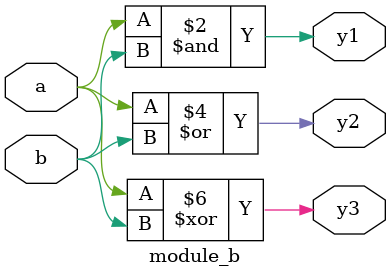
<source format=sv>
module module_b(input logic a,b, output logic y1,y2,y3);

always_comb begin
  y1 = a & b;
end

always_comb begin
  y2 = a | b;
end

always_comb begin
  y3 = a ^ b;
end

endmodule

</source>
